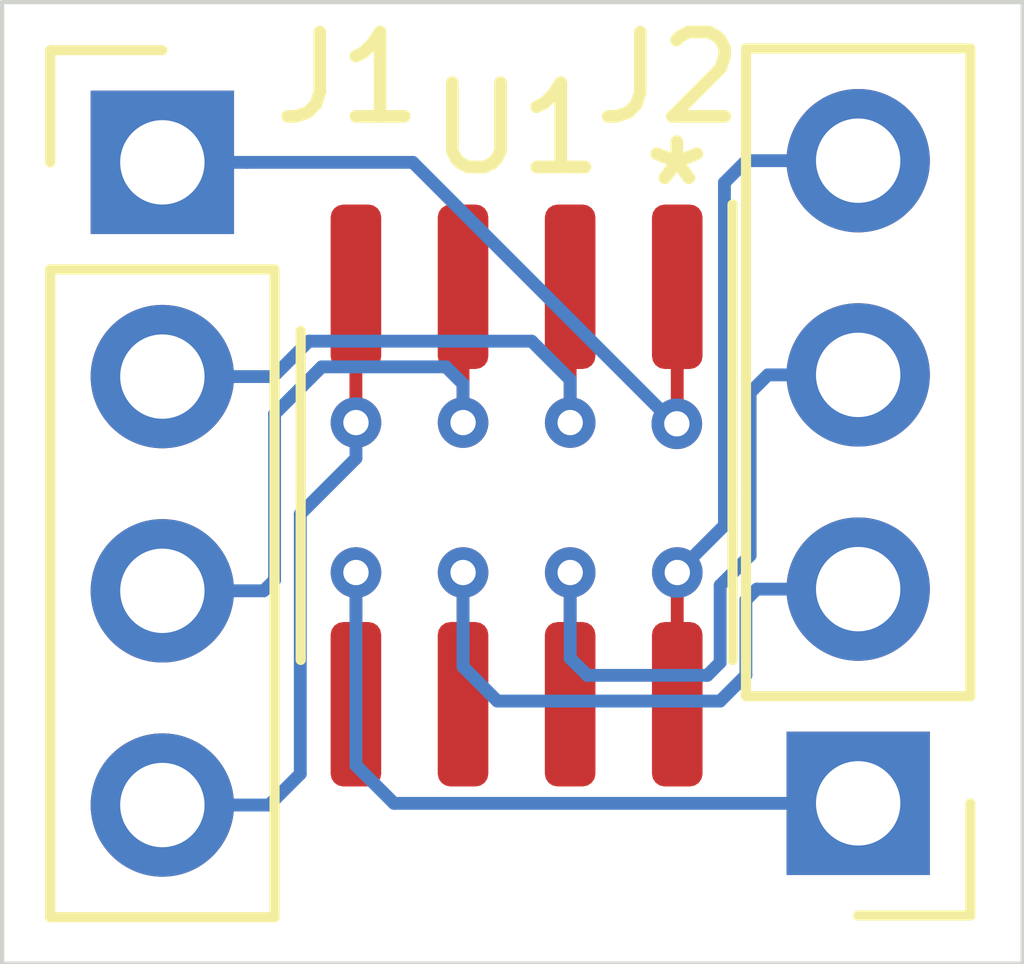
<source format=kicad_pcb>
(kicad_pcb (version 20171130) (host pcbnew "(5.1.5)-3")

  (general
    (thickness 1.6)
    (drawings 5)
    (tracks 68)
    (zones 0)
    (modules 3)
    (nets 9)
  )

  (page A4)
  (layers
    (0 F.Cu signal)
    (31 B.Cu signal)
    (32 B.Adhes user)
    (33 F.Adhes user)
    (34 B.Paste user)
    (35 F.Paste user)
    (36 B.SilkS user)
    (37 F.SilkS user)
    (38 B.Mask user)
    (39 F.Mask user)
    (40 Dwgs.User user)
    (41 Cmts.User user)
    (42 Eco1.User user)
    (43 Eco2.User user)
    (44 Edge.Cuts user)
    (45 Margin user)
    (46 B.CrtYd user)
    (47 F.CrtYd user)
    (48 B.Fab user)
    (49 F.Fab user)
  )

  (setup
    (last_trace_width 0.1524)
    (trace_clearance 0.1524)
    (zone_clearance 0.508)
    (zone_45_only no)
    (trace_min 0.1524)
    (via_size 0.6)
    (via_drill 0.3)
    (via_min_size 0.6)
    (via_min_drill 0.3)
    (uvia_size 0.3)
    (uvia_drill 0.1)
    (uvias_allowed no)
    (uvia_min_size 0.2)
    (uvia_min_drill 0.1)
    (edge_width 0.05)
    (segment_width 0.2)
    (pcb_text_width 0.3)
    (pcb_text_size 1.5 1.5)
    (mod_edge_width 0.12)
    (mod_text_size 1 1)
    (mod_text_width 0.15)
    (pad_size 1.524 1.524)
    (pad_drill 0.762)
    (pad_to_mask_clearance 0.051)
    (solder_mask_min_width 0.25)
    (aux_axis_origin 0 0)
    (grid_origin 156 95.5)
    (visible_elements 7FFDFFFF)
    (pcbplotparams
      (layerselection 0x010f0_ffffffff)
      (usegerberextensions false)
      (usegerberattributes false)
      (usegerberadvancedattributes false)
      (creategerberjobfile false)
      (excludeedgelayer true)
      (linewidth 0.100000)
      (plotframeref false)
      (viasonmask false)
      (mode 1)
      (useauxorigin false)
      (hpglpennumber 1)
      (hpglpenspeed 20)
      (hpglpendiameter 15.000000)
      (psnegative false)
      (psa4output false)
      (plotreference true)
      (plotvalue false)
      (plotinvisibletext false)
      (padsonsilk false)
      (subtractmaskfromsilk false)
      (outputformat 1)
      (mirror false)
      (drillshape 0)
      (scaleselection 1)
      (outputdirectory "output/"))
  )

  (net 0 "")
  (net 1 /8-4)
  (net 2 /8-3)
  (net 3 /8-2)
  (net 4 /8-1)
  (net 5 /8-8)
  (net 6 /8-7)
  (net 7 /8-6)
  (net 8 /8-5)

  (net_class Default "This is the default net class."
    (clearance 0.1524)
    (trace_width 0.1524)
    (via_dia 0.6)
    (via_drill 0.3)
    (uvia_dia 0.3)
    (uvia_drill 0.1)
    (add_net /8-1)
    (add_net /8-2)
    (add_net /8-3)
    (add_net /8-4)
    (add_net /8-5)
    (add_net /8-6)
    (add_net /8-7)
    (add_net /8-8)
  )

  (module Package_SO:SOIC-8_3.9x4.9mm_P1.27mm (layer F.Cu) (tedit 5D9F72B1) (tstamp 5F2A6852)
    (at 150 101.35 270)
    (descr "SOIC, 8 Pin (JEDEC MS-012AA, https://www.analog.com/media/en/package-pcb-resources/package/pkg_pdf/soic_narrow-r/r_8.pdf), generated with kicad-footprint-generator ipc_gullwing_generator.py")
    (tags "SOIC SO")
    (path /5F2DABDD)
    (attr smd)
    (fp_text reference U1 (at -4.35 0 180) (layer F.SilkS)
      (effects (font (size 1 1) (thickness 0.15)))
    )
    (fp_text value ATtiny13-20SSU (at 0 3.4 90) (layer F.Fab)
      (effects (font (size 1 1) (thickness 0.15)))
    )
    (fp_text user %R (at 0 0 90) (layer F.Fab)
      (effects (font (size 0.98 0.98) (thickness 0.15)))
    )
    (fp_line (start 3.7 -2.7) (end -3.7 -2.7) (layer F.CrtYd) (width 0.05))
    (fp_line (start 3.7 2.7) (end 3.7 -2.7) (layer F.CrtYd) (width 0.05))
    (fp_line (start -3.7 2.7) (end 3.7 2.7) (layer F.CrtYd) (width 0.05))
    (fp_line (start -3.7 -2.7) (end -3.7 2.7) (layer F.CrtYd) (width 0.05))
    (fp_line (start -1.95 -1.475) (end -0.975 -2.45) (layer F.Fab) (width 0.1))
    (fp_line (start -1.95 2.45) (end -1.95 -1.475) (layer F.Fab) (width 0.1))
    (fp_line (start 1.95 2.45) (end -1.95 2.45) (layer F.Fab) (width 0.1))
    (fp_line (start 1.95 -2.45) (end 1.95 2.45) (layer F.Fab) (width 0.1))
    (fp_line (start -0.975 -2.45) (end 1.95 -2.45) (layer F.Fab) (width 0.1))
    (fp_line (start 0 -2.56) (end -3.45 -2.56) (layer F.SilkS) (width 0.12))
    (fp_line (start 0 -2.56) (end 1.95 -2.56) (layer F.SilkS) (width 0.12))
    (fp_line (start 0 2.56) (end -1.95 2.56) (layer F.SilkS) (width 0.12))
    (fp_line (start 0 2.56) (end 1.95 2.56) (layer F.SilkS) (width 0.12))
    (pad 8 smd roundrect (at 2.475 -1.905 270) (size 1.95 0.6) (layers F.Cu F.Paste F.Mask) (roundrect_rratio 0.25)
      (net 5 /8-8))
    (pad 7 smd roundrect (at 2.475 -0.635 270) (size 1.95 0.6) (layers F.Cu F.Paste F.Mask) (roundrect_rratio 0.25)
      (net 6 /8-7))
    (pad 6 smd roundrect (at 2.475 0.635 270) (size 1.95 0.6) (layers F.Cu F.Paste F.Mask) (roundrect_rratio 0.25)
      (net 7 /8-6))
    (pad 5 smd roundrect (at 2.475 1.905 270) (size 1.95 0.6) (layers F.Cu F.Paste F.Mask) (roundrect_rratio 0.25)
      (net 8 /8-5))
    (pad 4 smd roundrect (at -2.475 1.905 270) (size 1.95 0.6) (layers F.Cu F.Paste F.Mask) (roundrect_rratio 0.25)
      (net 1 /8-4))
    (pad 3 smd roundrect (at -2.475 0.635 270) (size 1.95 0.6) (layers F.Cu F.Paste F.Mask) (roundrect_rratio 0.25)
      (net 2 /8-3))
    (pad 2 smd roundrect (at -2.475 -0.635 270) (size 1.95 0.6) (layers F.Cu F.Paste F.Mask) (roundrect_rratio 0.25)
      (net 3 /8-2))
    (pad 1 smd roundrect (at -2.475 -1.905 270) (size 1.95 0.6) (layers F.Cu F.Paste F.Mask) (roundrect_rratio 0.25)
      (net 4 /8-1))
    (model ${KISYS3DMOD}/Package_SO.3dshapes/SOIC-8_3.9x4.9mm_P1.27mm.wrl
      (at (xyz 0 0 0))
      (scale (xyz 1 1 1))
      (rotate (xyz 0 0 0))
    )
  )

  (module Connector_PinHeader_2.54mm:PinHeader_1x04_P2.54mm_Vertical (layer F.Cu) (tedit 59FED5CC) (tstamp 5F2A6838)
    (at 154.05 105 180)
    (descr "Through hole straight pin header, 1x04, 2.54mm pitch, single row")
    (tags "Through hole pin header THT 1x04 2.54mm single row")
    (path /5F2E04E4)
    (fp_text reference J2 (at 2.25 8.6) (layer F.SilkS)
      (effects (font (size 1 1) (thickness 0.15)))
    )
    (fp_text value SOIC-8-Right (at 0 9.95) (layer F.Fab)
      (effects (font (size 1 1) (thickness 0.15)))
    )
    (fp_text user %R (at 0 3.81 90) (layer F.Fab)
      (effects (font (size 1 1) (thickness 0.15)))
    )
    (fp_line (start 1.8 -1.8) (end -1.8 -1.8) (layer F.CrtYd) (width 0.05))
    (fp_line (start 1.8 9.4) (end 1.8 -1.8) (layer F.CrtYd) (width 0.05))
    (fp_line (start -1.8 9.4) (end 1.8 9.4) (layer F.CrtYd) (width 0.05))
    (fp_line (start -1.8 -1.8) (end -1.8 9.4) (layer F.CrtYd) (width 0.05))
    (fp_line (start -1.33 -1.33) (end 0 -1.33) (layer F.SilkS) (width 0.12))
    (fp_line (start -1.33 0) (end -1.33 -1.33) (layer F.SilkS) (width 0.12))
    (fp_line (start -1.33 1.27) (end 1.33 1.27) (layer F.SilkS) (width 0.12))
    (fp_line (start 1.33 1.27) (end 1.33 8.95) (layer F.SilkS) (width 0.12))
    (fp_line (start -1.33 1.27) (end -1.33 8.95) (layer F.SilkS) (width 0.12))
    (fp_line (start -1.33 8.95) (end 1.33 8.95) (layer F.SilkS) (width 0.12))
    (fp_line (start -1.27 -0.635) (end -0.635 -1.27) (layer F.Fab) (width 0.1))
    (fp_line (start -1.27 8.89) (end -1.27 -0.635) (layer F.Fab) (width 0.1))
    (fp_line (start 1.27 8.89) (end -1.27 8.89) (layer F.Fab) (width 0.1))
    (fp_line (start 1.27 -1.27) (end 1.27 8.89) (layer F.Fab) (width 0.1))
    (fp_line (start -0.635 -1.27) (end 1.27 -1.27) (layer F.Fab) (width 0.1))
    (pad 4 thru_hole oval (at 0 7.62 180) (size 1.7 1.7) (drill 1) (layers *.Cu *.Mask)
      (net 5 /8-8))
    (pad 3 thru_hole oval (at 0 5.08 180) (size 1.7 1.7) (drill 1) (layers *.Cu *.Mask)
      (net 6 /8-7))
    (pad 2 thru_hole oval (at 0 2.54 180) (size 1.7 1.7) (drill 1) (layers *.Cu *.Mask)
      (net 7 /8-6))
    (pad 1 thru_hole rect (at 0 0 180) (size 1.7 1.7) (drill 1) (layers *.Cu *.Mask)
      (net 8 /8-5))
    (model ${KISYS3DMOD}/Connector_PinHeader_2.54mm.3dshapes/PinHeader_1x04_P2.54mm_Vertical.wrl
      (at (xyz 0 0 0))
      (scale (xyz 1 1 1))
      (rotate (xyz 0 0 0))
    )
  )

  (module Connector_PinHeader_2.54mm:PinHeader_1x04_P2.54mm_Vertical (layer F.Cu) (tedit 59FED5CC) (tstamp 5F2A6CC2)
    (at 145.8 97.4)
    (descr "Through hole straight pin header, 1x04, 2.54mm pitch, single row")
    (tags "Through hole pin header THT 1x04 2.54mm single row")
    (path /5F2DC074)
    (fp_text reference J1 (at 2.2 -1) (layer F.SilkS)
      (effects (font (size 1 1) (thickness 0.15)))
    )
    (fp_text value SOIC-8-Left (at 0 9.95) (layer F.Fab)
      (effects (font (size 1 1) (thickness 0.15)))
    )
    (fp_text user %R (at 0 3.81 90) (layer F.Fab)
      (effects (font (size 1 1) (thickness 0.15)))
    )
    (fp_line (start 1.8 -1.8) (end -1.8 -1.8) (layer F.CrtYd) (width 0.05))
    (fp_line (start 1.8 9.4) (end 1.8 -1.8) (layer F.CrtYd) (width 0.05))
    (fp_line (start -1.8 9.4) (end 1.8 9.4) (layer F.CrtYd) (width 0.05))
    (fp_line (start -1.8 -1.8) (end -1.8 9.4) (layer F.CrtYd) (width 0.05))
    (fp_line (start -1.33 -1.33) (end 0 -1.33) (layer F.SilkS) (width 0.12))
    (fp_line (start -1.33 0) (end -1.33 -1.33) (layer F.SilkS) (width 0.12))
    (fp_line (start -1.33 1.27) (end 1.33 1.27) (layer F.SilkS) (width 0.12))
    (fp_line (start 1.33 1.27) (end 1.33 8.95) (layer F.SilkS) (width 0.12))
    (fp_line (start -1.33 1.27) (end -1.33 8.95) (layer F.SilkS) (width 0.12))
    (fp_line (start -1.33 8.95) (end 1.33 8.95) (layer F.SilkS) (width 0.12))
    (fp_line (start -1.27 -0.635) (end -0.635 -1.27) (layer F.Fab) (width 0.1))
    (fp_line (start -1.27 8.89) (end -1.27 -0.635) (layer F.Fab) (width 0.1))
    (fp_line (start 1.27 8.89) (end -1.27 8.89) (layer F.Fab) (width 0.1))
    (fp_line (start 1.27 -1.27) (end 1.27 8.89) (layer F.Fab) (width 0.1))
    (fp_line (start -0.635 -1.27) (end 1.27 -1.27) (layer F.Fab) (width 0.1))
    (pad 4 thru_hole oval (at 0 7.62) (size 1.7 1.7) (drill 1) (layers *.Cu *.Mask)
      (net 1 /8-4))
    (pad 3 thru_hole oval (at 0 5.08) (size 1.7 1.7) (drill 1) (layers *.Cu *.Mask)
      (net 2 /8-3))
    (pad 2 thru_hole oval (at 0 2.54) (size 1.7 1.7) (drill 1) (layers *.Cu *.Mask)
      (net 3 /8-2))
    (pad 1 thru_hole rect (at 0 0) (size 1.7 1.7) (drill 1) (layers *.Cu *.Mask)
      (net 4 /8-1))
    (model ${KISYS3DMOD}/Connector_PinHeader_2.54mm.3dshapes/PinHeader_1x04_P2.54mm_Vertical.wrl
      (at (xyz 0 0 0))
      (scale (xyz 1 1 1))
      (rotate (xyz 0 0 0))
    )
  )

  (gr_line (start 156 95.5) (end 156 106.9) (layer Edge.Cuts) (width 0.05) (tstamp 5F2B03DB))
  (gr_line (start 143.9 106.9) (end 143.9 95.5) (layer Edge.Cuts) (width 0.05) (tstamp 5F2A6EAE))
  (gr_line (start 156 106.9) (end 143.9 106.9) (layer Edge.Cuts) (width 0.05))
  (gr_line (start 143.9 95.5) (end 156 95.5) (layer Edge.Cuts) (width 0.05))
  (gr_text * (at 151.9 97.7) (layer F.SilkS)
    (effects (font (size 1 1) (thickness 0.15)))
  )

  (via (at 148.0956 100.4852) (size 0.6) (drill 0.3) (layers F.Cu B.Cu) (net 1))
  (segment (start 148.095 98.875) (end 148.095 100.4846) (width 0.1524) (layer F.Cu) (net 1))
  (segment (start 148.095 100.4846) (end 148.0956 100.4852) (width 0.1524) (layer F.Cu) (net 1))
  (segment (start 148.0956 100.909464) (end 147.4352 101.569864) (width 0.1524) (layer B.Cu) (net 1))
  (segment (start 148.0956 100.4852) (end 148.0956 100.909464) (width 0.1524) (layer B.Cu) (net 1))
  (segment (start 147.4352 101.569864) (end 147.4352 104.6508) (width 0.1524) (layer B.Cu) (net 1))
  (segment (start 147.066 105.02) (end 145.8 105.02) (width 0.1524) (layer B.Cu) (net 1))
  (segment (start 147.4352 104.6508) (end 147.066 105.02) (width 0.1524) (layer B.Cu) (net 1))
  (via (at 149.3656 100.4852) (size 0.6) (drill 0.3) (layers F.Cu B.Cu) (net 2))
  (segment (start 149.365 98.875) (end 149.365 100.4846) (width 0.1524) (layer F.Cu) (net 2))
  (segment (start 149.365 100.4846) (end 149.3656 100.4852) (width 0.1524) (layer F.Cu) (net 2))
  (segment (start 147.1304 102.351681) (end 147.002081 102.48) (width 0.1524) (layer B.Cu) (net 2))
  (segment (start 149.3656 100.4852) (end 149.3656 100.028) (width 0.1524) (layer B.Cu) (net 2))
  (segment (start 147.002081 102.48) (end 145.8 102.48) (width 0.1524) (layer B.Cu) (net 2))
  (segment (start 149.1624 99.8248) (end 147.6892 99.8248) (width 0.1524) (layer B.Cu) (net 2))
  (segment (start 149.3656 100.028) (end 149.1624 99.8248) (width 0.1524) (layer B.Cu) (net 2))
  (segment (start 147.6892 99.8248) (end 147.1304 100.3836) (width 0.1524) (layer B.Cu) (net 2))
  (segment (start 147.1304 100.3836) (end 147.1304 102.351681) (width 0.1524) (layer B.Cu) (net 2))
  (via (at 150.6356 100.4852) (size 0.6) (drill 0.3) (layers F.Cu B.Cu) (net 3))
  (segment (start 150.635 98.875) (end 150.635 100.4846) (width 0.1524) (layer F.Cu) (net 3))
  (segment (start 150.635 100.4846) (end 150.6356 100.4852) (width 0.1524) (layer F.Cu) (net 3))
  (segment (start 147.5368 99.52) (end 147.1168 99.94) (width 0.1524) (layer B.Cu) (net 3))
  (segment (start 147.1168 99.94) (end 145.8 99.94) (width 0.1524) (layer B.Cu) (net 3))
  (segment (start 150.6356 100.4852) (end 150.6356 99.9772) (width 0.1524) (layer B.Cu) (net 3))
  (segment (start 150.1784 99.52) (end 147.5368 99.52) (width 0.1524) (layer B.Cu) (net 3))
  (segment (start 150.6356 99.9772) (end 150.1784 99.52) (width 0.1524) (layer B.Cu) (net 3))
  (segment (start 151.905 98.875) (end 151.905 100.495) (width 0.1524) (layer F.Cu) (net 4))
  (via (at 151.9 100.5) (size 0.6) (drill 0.3) (layers F.Cu B.Cu) (net 4))
  (segment (start 151.905 100.495) (end 151.9 100.5) (width 0.1524) (layer F.Cu) (net 4))
  (segment (start 146.8024 97.4) (end 145.8 97.4) (width 0.1524) (layer B.Cu) (net 4))
  (segment (start 148.7696 97.4) (end 146.8024 97.4) (width 0.1524) (layer B.Cu) (net 4))
  (segment (start 151.9 100.5) (end 151.8696 100.5) (width 0.1524) (layer B.Cu) (net 4))
  (segment (start 151.8696 100.5) (end 148.7696 97.4) (width 0.1524) (layer B.Cu) (net 4))
  (segment (start 151.905 103.825) (end 151.905 102.2638) (width 0.1524) (layer F.Cu) (net 5))
  (via (at 151.9056 102.2632) (size 0.6) (drill 0.3) (layers F.Cu B.Cu) (net 5))
  (segment (start 151.905 102.2638) (end 151.9056 102.2632) (width 0.1524) (layer F.Cu) (net 5))
  (segment (start 151.9056 102.2632) (end 152.4644 101.7044) (width 0.1524) (layer B.Cu) (net 5))
  (segment (start 152.4644 101.7044) (end 152.4644 97.6404) (width 0.1524) (layer B.Cu) (net 5))
  (segment (start 152.7248 97.38) (end 154.05 97.38) (width 0.1524) (layer B.Cu) (net 5))
  (segment (start 152.4644 97.6404) (end 152.7248 97.38) (width 0.1524) (layer B.Cu) (net 5))
  (segment (start 150.635 103.825) (end 150.635 102.2638) (width 0.1524) (layer F.Cu) (net 6))
  (via (at 150.6356 102.2632) (size 0.6) (drill 0.3) (layers F.Cu B.Cu) (net 6))
  (segment (start 150.635 102.2638) (end 150.6356 102.2632) (width 0.1524) (layer F.Cu) (net 6))
  (segment (start 152.9788 99.92) (end 154.05 99.92) (width 0.1524) (layer B.Cu) (net 6))
  (segment (start 152.7692 102.06) (end 152.7692 100.1296) (width 0.1524) (layer B.Cu) (net 6))
  (segment (start 152.4136 102.4156) (end 152.7692 102.06) (width 0.1524) (layer B.Cu) (net 6))
  (segment (start 150.6356 103.2792) (end 150.8388 103.4824) (width 0.1524) (layer B.Cu) (net 6))
  (segment (start 150.6356 102.2632) (end 150.6356 103.2792) (width 0.1524) (layer B.Cu) (net 6))
  (segment (start 152.2612 103.4824) (end 152.4136 103.33) (width 0.1524) (layer B.Cu) (net 6))
  (segment (start 150.8388 103.4824) (end 152.2612 103.4824) (width 0.1524) (layer B.Cu) (net 6))
  (segment (start 152.7692 100.1296) (end 152.9788 99.92) (width 0.1524) (layer B.Cu) (net 6))
  (segment (start 152.4136 103.33) (end 152.4136 102.4156) (width 0.1524) (layer B.Cu) (net 6))
  (via (at 149.3656 102.2632) (size 0.6) (drill 0.3) (layers F.Cu B.Cu) (net 7))
  (segment (start 149.365 103.825) (end 149.365 102.2638) (width 0.1524) (layer F.Cu) (net 7))
  (segment (start 149.365 102.2638) (end 149.3656 102.2632) (width 0.1524) (layer F.Cu) (net 7))
  (segment (start 152.847919 102.46) (end 154.05 102.46) (width 0.1524) (layer B.Cu) (net 7))
  (segment (start 152.7184 102.589519) (end 152.847919 102.46) (width 0.1524) (layer B.Cu) (net 7))
  (segment (start 149.772 103.7872) (end 152.4136 103.7872) (width 0.1524) (layer B.Cu) (net 7))
  (segment (start 149.3656 102.2632) (end 149.3656 103.3808) (width 0.1524) (layer B.Cu) (net 7))
  (segment (start 149.3656 103.3808) (end 149.772 103.7872) (width 0.1524) (layer B.Cu) (net 7))
  (segment (start 152.4136 103.7872) (end 152.7184 103.4824) (width 0.1524) (layer B.Cu) (net 7))
  (segment (start 152.7184 103.4824) (end 152.7184 102.589519) (width 0.1524) (layer B.Cu) (net 7))
  (segment (start 148.095 103.825) (end 148.095 102.2638) (width 0.1524) (layer F.Cu) (net 8))
  (via (at 148.0956 102.2632) (size 0.6) (drill 0.3) (layers F.Cu B.Cu) (net 8))
  (segment (start 148.095 102.2638) (end 148.0956 102.2632) (width 0.1524) (layer F.Cu) (net 8))
  (segment (start 148.5464 105) (end 154.05 105) (width 0.1524) (layer B.Cu) (net 8))
  (segment (start 148.0956 102.2632) (end 148.0956 104.5492) (width 0.1524) (layer B.Cu) (net 8))
  (segment (start 148.0956 104.5492) (end 148.5464 105) (width 0.1524) (layer B.Cu) (net 8))

)

</source>
